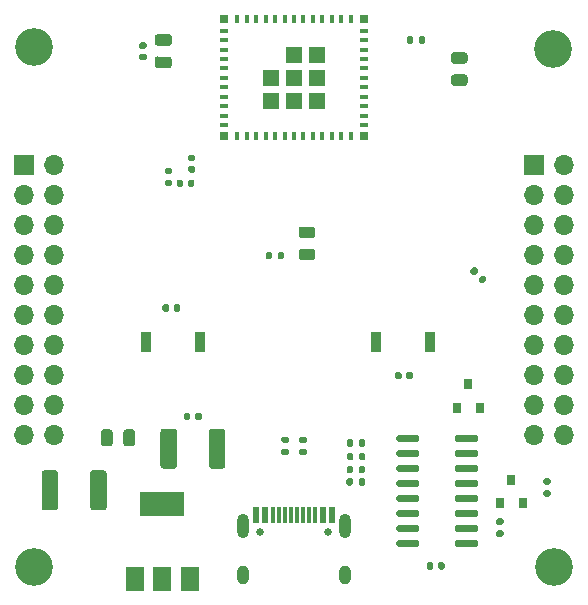
<source format=gbr>
%TF.GenerationSoftware,KiCad,Pcbnew,(5.1.12-1-10_14)*%
%TF.CreationDate,2021-12-26T14:39:33+08:00*%
%TF.ProjectId,esp32-c1_devboard,65737033-322d-4633-915f-646576626f61,rev?*%
%TF.SameCoordinates,Original*%
%TF.FileFunction,Soldermask,Top*%
%TF.FilePolarity,Negative*%
%FSLAX46Y46*%
G04 Gerber Fmt 4.6, Leading zero omitted, Abs format (unit mm)*
G04 Created by KiCad (PCBNEW (5.1.12-1-10_14)) date 2021-12-26 14:39:33*
%MOMM*%
%LPD*%
G01*
G04 APERTURE LIST*
%ADD10R,0.899998X1.699997*%
%ADD11O,1.700000X1.700000*%
%ADD12R,1.700000X1.700000*%
%ADD13C,3.200000*%
%ADD14R,1.500000X2.000000*%
%ADD15R,3.800000X2.000000*%
%ADD16R,0.399999X0.799998*%
%ADD17R,0.799998X0.399999*%
%ADD18R,1.450010X1.450010*%
%ADD19R,0.799998X0.799998*%
%ADD20R,0.800000X0.900000*%
%ADD21R,0.600000X1.450000*%
%ADD22R,0.300000X1.450000*%
%ADD23O,1.000000X2.100000*%
%ADD24C,0.650000*%
%ADD25O,1.000000X1.600000*%
G04 APERTURE END LIST*
%TO.C,R14*%
G36*
G01*
X123620000Y-70835000D02*
X123620000Y-70465000D01*
G75*
G02*
X123755000Y-70330000I135000J0D01*
G01*
X124025000Y-70330000D01*
G75*
G02*
X124160000Y-70465000I0J-135000D01*
G01*
X124160000Y-70835000D01*
G75*
G02*
X124025000Y-70970000I-135000J0D01*
G01*
X123755000Y-70970000D01*
G75*
G02*
X123620000Y-70835000I0J135000D01*
G01*
G37*
G36*
G01*
X122600000Y-70835000D02*
X122600000Y-70465000D01*
G75*
G02*
X122735000Y-70330000I135000J0D01*
G01*
X123005000Y-70330000D01*
G75*
G02*
X123140000Y-70465000I0J-135000D01*
G01*
X123140000Y-70835000D01*
G75*
G02*
X123005000Y-70970000I-135000J0D01*
G01*
X122735000Y-70970000D01*
G75*
G02*
X122600000Y-70835000I0J135000D01*
G01*
G37*
%TD*%
%TO.C,R12*%
G36*
G01*
X135080000Y-52195000D02*
X135080000Y-52565000D01*
G75*
G02*
X134945000Y-52700000I-135000J0D01*
G01*
X134675000Y-52700000D01*
G75*
G02*
X134540000Y-52565000I0J135000D01*
G01*
X134540000Y-52195000D01*
G75*
G02*
X134675000Y-52060000I135000J0D01*
G01*
X134945000Y-52060000D01*
G75*
G02*
X135080000Y-52195000I0J-135000D01*
G01*
G37*
G36*
G01*
X136100000Y-52195000D02*
X136100000Y-52565000D01*
G75*
G02*
X135965000Y-52700000I-135000J0D01*
G01*
X135695000Y-52700000D01*
G75*
G02*
X135560000Y-52565000I0J135000D01*
G01*
X135560000Y-52195000D01*
G75*
G02*
X135695000Y-52060000I135000J0D01*
G01*
X135965000Y-52060000D01*
G75*
G02*
X136100000Y-52195000I0J-135000D01*
G01*
G37*
%TD*%
%TO.C,IO4*%
G36*
G01*
X126546250Y-69170000D02*
X125633750Y-69170000D01*
G75*
G02*
X125390000Y-68926250I0J243750D01*
G01*
X125390000Y-68438750D01*
G75*
G02*
X125633750Y-68195000I243750J0D01*
G01*
X126546250Y-68195000D01*
G75*
G02*
X126790000Y-68438750I0J-243750D01*
G01*
X126790000Y-68926250D01*
G75*
G02*
X126546250Y-69170000I-243750J0D01*
G01*
G37*
G36*
G01*
X126546250Y-71045000D02*
X125633750Y-71045000D01*
G75*
G02*
X125390000Y-70801250I0J243750D01*
G01*
X125390000Y-70313750D01*
G75*
G02*
X125633750Y-70070000I243750J0D01*
G01*
X126546250Y-70070000D01*
G75*
G02*
X126790000Y-70313750I0J-243750D01*
G01*
X126790000Y-70801250D01*
G75*
G02*
X126546250Y-71045000I-243750J0D01*
G01*
G37*
%TD*%
%TO.C,VCC*%
G36*
G01*
X138533750Y-55310000D02*
X139446250Y-55310000D01*
G75*
G02*
X139690000Y-55553750I0J-243750D01*
G01*
X139690000Y-56041250D01*
G75*
G02*
X139446250Y-56285000I-243750J0D01*
G01*
X138533750Y-56285000D01*
G75*
G02*
X138290000Y-56041250I0J243750D01*
G01*
X138290000Y-55553750D01*
G75*
G02*
X138533750Y-55310000I243750J0D01*
G01*
G37*
G36*
G01*
X138533750Y-53435000D02*
X139446250Y-53435000D01*
G75*
G02*
X139690000Y-53678750I0J-243750D01*
G01*
X139690000Y-54166250D01*
G75*
G02*
X139446250Y-54410000I-243750J0D01*
G01*
X138533750Y-54410000D01*
G75*
G02*
X138290000Y-54166250I0J243750D01*
G01*
X138290000Y-53678750D01*
G75*
G02*
X138533750Y-53435000I243750J0D01*
G01*
G37*
%TD*%
%TO.C,C7*%
G36*
G01*
X105030000Y-89069999D02*
X105030000Y-91970001D01*
G75*
G02*
X104780001Y-92220000I-249999J0D01*
G01*
X103879999Y-92220000D01*
G75*
G02*
X103630000Y-91970001I0J249999D01*
G01*
X103630000Y-89069999D01*
G75*
G02*
X103879999Y-88820000I249999J0D01*
G01*
X104780001Y-88820000D01*
G75*
G02*
X105030000Y-89069999I0J-249999D01*
G01*
G37*
G36*
G01*
X109130000Y-89069999D02*
X109130000Y-91970001D01*
G75*
G02*
X108880001Y-92220000I-249999J0D01*
G01*
X107979999Y-92220000D01*
G75*
G02*
X107730000Y-91970001I0J249999D01*
G01*
X107730000Y-89069999D01*
G75*
G02*
X107979999Y-88820000I249999J0D01*
G01*
X108880001Y-88820000D01*
G75*
G02*
X109130000Y-89069999I0J-249999D01*
G01*
G37*
%TD*%
%TO.C,C5*%
G36*
G01*
X115090000Y-85549999D02*
X115090000Y-88450001D01*
G75*
G02*
X114840001Y-88700000I-249999J0D01*
G01*
X113939999Y-88700000D01*
G75*
G02*
X113690000Y-88450001I0J249999D01*
G01*
X113690000Y-85549999D01*
G75*
G02*
X113939999Y-85300000I249999J0D01*
G01*
X114840001Y-85300000D01*
G75*
G02*
X115090000Y-85549999I0J-249999D01*
G01*
G37*
G36*
G01*
X119190000Y-85549999D02*
X119190000Y-88450001D01*
G75*
G02*
X118940001Y-88700000I-249999J0D01*
G01*
X118039999Y-88700000D01*
G75*
G02*
X117790000Y-88450001I0J249999D01*
G01*
X117790000Y-85549999D01*
G75*
G02*
X118039999Y-85300000I249999J0D01*
G01*
X118940001Y-85300000D01*
G75*
G02*
X119190000Y-85549999I0J-249999D01*
G01*
G37*
%TD*%
D10*
%TO.C,RESET*%
X112470030Y-78000000D03*
X117069970Y-78000000D03*
%TD*%
%TO.C,BOOT*%
X131940030Y-78000000D03*
X136539970Y-78000000D03*
%TD*%
D11*
%TO.C,J3*%
X147860000Y-85860000D03*
X145320000Y-85860000D03*
X147860000Y-83320000D03*
X145320000Y-83320000D03*
X147860000Y-80780000D03*
X145320000Y-80780000D03*
X147860000Y-78240000D03*
X145320000Y-78240000D03*
X147860000Y-75700000D03*
X145320000Y-75700000D03*
X147860000Y-73160000D03*
X145320000Y-73160000D03*
X147860000Y-70620000D03*
X145320000Y-70620000D03*
X147860000Y-68080000D03*
X145320000Y-68080000D03*
X147860000Y-65540000D03*
X145320000Y-65540000D03*
X147860000Y-63000000D03*
D12*
X145320000Y-63000000D03*
%TD*%
D11*
%TO.C,J2*%
X104680000Y-85860000D03*
X102140000Y-85860000D03*
X104680000Y-83320000D03*
X102140000Y-83320000D03*
X104680000Y-80780000D03*
X102140000Y-80780000D03*
X104680000Y-78240000D03*
X102140000Y-78240000D03*
X104680000Y-75700000D03*
X102140000Y-75700000D03*
X104680000Y-73160000D03*
X102140000Y-73160000D03*
X104680000Y-70620000D03*
X102140000Y-70620000D03*
X104680000Y-68080000D03*
X102140000Y-68080000D03*
X104680000Y-65540000D03*
X102140000Y-65540000D03*
X104680000Y-63000000D03*
D12*
X102140000Y-63000000D03*
%TD*%
D13*
%TO.C,H4*%
X147000000Y-97000000D03*
%TD*%
%TO.C,H3*%
X146960000Y-53170000D03*
%TD*%
%TO.C,H2*%
X103000000Y-97000000D03*
%TD*%
%TO.C,H1*%
X103000000Y-53000000D03*
%TD*%
D14*
%TO.C,U4*%
X111560000Y-98010000D03*
X116160000Y-98010000D03*
X113860000Y-98010000D03*
D15*
X113860000Y-91710000D03*
%TD*%
%TO.C,U2*%
G36*
G01*
X138620000Y-86285000D02*
X138620000Y-85985000D01*
G75*
G02*
X138770000Y-85835000I150000J0D01*
G01*
X140420000Y-85835000D01*
G75*
G02*
X140570000Y-85985000I0J-150000D01*
G01*
X140570000Y-86285000D01*
G75*
G02*
X140420000Y-86435000I-150000J0D01*
G01*
X138770000Y-86435000D01*
G75*
G02*
X138620000Y-86285000I0J150000D01*
G01*
G37*
G36*
G01*
X138620000Y-87555000D02*
X138620000Y-87255000D01*
G75*
G02*
X138770000Y-87105000I150000J0D01*
G01*
X140420000Y-87105000D01*
G75*
G02*
X140570000Y-87255000I0J-150000D01*
G01*
X140570000Y-87555000D01*
G75*
G02*
X140420000Y-87705000I-150000J0D01*
G01*
X138770000Y-87705000D01*
G75*
G02*
X138620000Y-87555000I0J150000D01*
G01*
G37*
G36*
G01*
X138620000Y-88825000D02*
X138620000Y-88525000D01*
G75*
G02*
X138770000Y-88375000I150000J0D01*
G01*
X140420000Y-88375000D01*
G75*
G02*
X140570000Y-88525000I0J-150000D01*
G01*
X140570000Y-88825000D01*
G75*
G02*
X140420000Y-88975000I-150000J0D01*
G01*
X138770000Y-88975000D01*
G75*
G02*
X138620000Y-88825000I0J150000D01*
G01*
G37*
G36*
G01*
X138620000Y-90095000D02*
X138620000Y-89795000D01*
G75*
G02*
X138770000Y-89645000I150000J0D01*
G01*
X140420000Y-89645000D01*
G75*
G02*
X140570000Y-89795000I0J-150000D01*
G01*
X140570000Y-90095000D01*
G75*
G02*
X140420000Y-90245000I-150000J0D01*
G01*
X138770000Y-90245000D01*
G75*
G02*
X138620000Y-90095000I0J150000D01*
G01*
G37*
G36*
G01*
X138620000Y-91365000D02*
X138620000Y-91065000D01*
G75*
G02*
X138770000Y-90915000I150000J0D01*
G01*
X140420000Y-90915000D01*
G75*
G02*
X140570000Y-91065000I0J-150000D01*
G01*
X140570000Y-91365000D01*
G75*
G02*
X140420000Y-91515000I-150000J0D01*
G01*
X138770000Y-91515000D01*
G75*
G02*
X138620000Y-91365000I0J150000D01*
G01*
G37*
G36*
G01*
X138620000Y-92635000D02*
X138620000Y-92335000D01*
G75*
G02*
X138770000Y-92185000I150000J0D01*
G01*
X140420000Y-92185000D01*
G75*
G02*
X140570000Y-92335000I0J-150000D01*
G01*
X140570000Y-92635000D01*
G75*
G02*
X140420000Y-92785000I-150000J0D01*
G01*
X138770000Y-92785000D01*
G75*
G02*
X138620000Y-92635000I0J150000D01*
G01*
G37*
G36*
G01*
X138620000Y-93905000D02*
X138620000Y-93605000D01*
G75*
G02*
X138770000Y-93455000I150000J0D01*
G01*
X140420000Y-93455000D01*
G75*
G02*
X140570000Y-93605000I0J-150000D01*
G01*
X140570000Y-93905000D01*
G75*
G02*
X140420000Y-94055000I-150000J0D01*
G01*
X138770000Y-94055000D01*
G75*
G02*
X138620000Y-93905000I0J150000D01*
G01*
G37*
G36*
G01*
X138620000Y-95175000D02*
X138620000Y-94875000D01*
G75*
G02*
X138770000Y-94725000I150000J0D01*
G01*
X140420000Y-94725000D01*
G75*
G02*
X140570000Y-94875000I0J-150000D01*
G01*
X140570000Y-95175000D01*
G75*
G02*
X140420000Y-95325000I-150000J0D01*
G01*
X138770000Y-95325000D01*
G75*
G02*
X138620000Y-95175000I0J150000D01*
G01*
G37*
G36*
G01*
X133670000Y-95175000D02*
X133670000Y-94875000D01*
G75*
G02*
X133820000Y-94725000I150000J0D01*
G01*
X135470000Y-94725000D01*
G75*
G02*
X135620000Y-94875000I0J-150000D01*
G01*
X135620000Y-95175000D01*
G75*
G02*
X135470000Y-95325000I-150000J0D01*
G01*
X133820000Y-95325000D01*
G75*
G02*
X133670000Y-95175000I0J150000D01*
G01*
G37*
G36*
G01*
X133670000Y-93905000D02*
X133670000Y-93605000D01*
G75*
G02*
X133820000Y-93455000I150000J0D01*
G01*
X135470000Y-93455000D01*
G75*
G02*
X135620000Y-93605000I0J-150000D01*
G01*
X135620000Y-93905000D01*
G75*
G02*
X135470000Y-94055000I-150000J0D01*
G01*
X133820000Y-94055000D01*
G75*
G02*
X133670000Y-93905000I0J150000D01*
G01*
G37*
G36*
G01*
X133670000Y-92635000D02*
X133670000Y-92335000D01*
G75*
G02*
X133820000Y-92185000I150000J0D01*
G01*
X135470000Y-92185000D01*
G75*
G02*
X135620000Y-92335000I0J-150000D01*
G01*
X135620000Y-92635000D01*
G75*
G02*
X135470000Y-92785000I-150000J0D01*
G01*
X133820000Y-92785000D01*
G75*
G02*
X133670000Y-92635000I0J150000D01*
G01*
G37*
G36*
G01*
X133670000Y-91365000D02*
X133670000Y-91065000D01*
G75*
G02*
X133820000Y-90915000I150000J0D01*
G01*
X135470000Y-90915000D01*
G75*
G02*
X135620000Y-91065000I0J-150000D01*
G01*
X135620000Y-91365000D01*
G75*
G02*
X135470000Y-91515000I-150000J0D01*
G01*
X133820000Y-91515000D01*
G75*
G02*
X133670000Y-91365000I0J150000D01*
G01*
G37*
G36*
G01*
X133670000Y-90095000D02*
X133670000Y-89795000D01*
G75*
G02*
X133820000Y-89645000I150000J0D01*
G01*
X135470000Y-89645000D01*
G75*
G02*
X135620000Y-89795000I0J-150000D01*
G01*
X135620000Y-90095000D01*
G75*
G02*
X135470000Y-90245000I-150000J0D01*
G01*
X133820000Y-90245000D01*
G75*
G02*
X133670000Y-90095000I0J150000D01*
G01*
G37*
G36*
G01*
X133670000Y-88825000D02*
X133670000Y-88525000D01*
G75*
G02*
X133820000Y-88375000I150000J0D01*
G01*
X135470000Y-88375000D01*
G75*
G02*
X135620000Y-88525000I0J-150000D01*
G01*
X135620000Y-88825000D01*
G75*
G02*
X135470000Y-88975000I-150000J0D01*
G01*
X133820000Y-88975000D01*
G75*
G02*
X133670000Y-88825000I0J150000D01*
G01*
G37*
G36*
G01*
X133670000Y-87555000D02*
X133670000Y-87255000D01*
G75*
G02*
X133820000Y-87105000I150000J0D01*
G01*
X135470000Y-87105000D01*
G75*
G02*
X135620000Y-87255000I0J-150000D01*
G01*
X135620000Y-87555000D01*
G75*
G02*
X135470000Y-87705000I-150000J0D01*
G01*
X133820000Y-87705000D01*
G75*
G02*
X133670000Y-87555000I0J150000D01*
G01*
G37*
G36*
G01*
X133670000Y-86285000D02*
X133670000Y-85985000D01*
G75*
G02*
X133820000Y-85835000I150000J0D01*
G01*
X135470000Y-85835000D01*
G75*
G02*
X135620000Y-85985000I0J-150000D01*
G01*
X135620000Y-86285000D01*
G75*
G02*
X135470000Y-86435000I-150000J0D01*
G01*
X133820000Y-86435000D01*
G75*
G02*
X133670000Y-86285000I0J150000D01*
G01*
G37*
%TD*%
D16*
%TO.C,U1*%
X121800108Y-50650048D03*
X122600208Y-50650048D03*
X123400054Y-50650048D03*
X124200154Y-50650048D03*
X125000254Y-50650048D03*
X125800100Y-50650048D03*
X126600200Y-50650048D03*
X127400046Y-50650048D03*
X128200146Y-50650048D03*
X128999992Y-50650048D03*
X129800092Y-50650048D03*
D17*
X130949950Y-55600000D03*
X130949950Y-56400100D03*
X130949950Y-57199946D03*
X130949950Y-58000046D03*
X130949950Y-58800146D03*
X130949950Y-59599992D03*
D16*
X120199908Y-60549952D03*
X121000008Y-60549952D03*
X121799854Y-60549952D03*
X122599954Y-60549952D03*
D18*
X125000000Y-55600000D03*
D19*
X119050050Y-50650048D03*
X119050050Y-60549952D03*
X130949950Y-60549952D03*
X130949950Y-50650048D03*
D17*
X119050050Y-51600008D03*
X119050050Y-52400108D03*
X119050050Y-53199954D03*
X119050050Y-54000054D03*
X119050050Y-54799900D03*
X119050050Y-55600000D03*
X119050050Y-56399846D03*
X119050050Y-57199946D03*
X119050050Y-58000046D03*
X119050050Y-58799892D03*
X119050050Y-59599992D03*
D16*
X123400054Y-60549952D03*
X124200154Y-60549952D03*
X125000000Y-60549952D03*
X125800100Y-60549952D03*
X126599946Y-60549952D03*
X127400046Y-60549952D03*
X128199892Y-60549952D03*
X128999992Y-60549952D03*
X129800092Y-60549952D03*
D17*
X130949950Y-54800154D03*
X130949950Y-54000054D03*
X130949950Y-53200208D03*
X130949950Y-52399854D03*
X130949950Y-51600008D03*
D16*
X121000008Y-50650048D03*
X120200162Y-50650048D03*
D18*
X126975104Y-55600000D03*
X126975104Y-53624896D03*
X125000000Y-53624896D03*
X123024896Y-55600000D03*
X123024896Y-57575104D03*
X125000000Y-57575104D03*
X126975104Y-57575104D03*
%TD*%
%TO.C,R13*%
G36*
G01*
X140561109Y-72009480D02*
X140299480Y-72271109D01*
G75*
G02*
X140108562Y-72271109I-95459J95459D01*
G01*
X139917643Y-72080190D01*
G75*
G02*
X139917643Y-71889272I95459J95459D01*
G01*
X140179272Y-71627643D01*
G75*
G02*
X140370190Y-71627643I95459J-95459D01*
G01*
X140561109Y-71818562D01*
G75*
G02*
X140561109Y-72009480I-95459J-95459D01*
G01*
G37*
G36*
G01*
X141282357Y-72730728D02*
X141020728Y-72992357D01*
G75*
G02*
X140829810Y-72992357I-95459J95459D01*
G01*
X140638891Y-72801438D01*
G75*
G02*
X140638891Y-72610520I95459J95459D01*
G01*
X140900520Y-72348891D01*
G75*
G02*
X141091438Y-72348891I95459J-95459D01*
G01*
X141282357Y-72539810D01*
G75*
G02*
X141282357Y-72730728I-95459J-95459D01*
G01*
G37*
%TD*%
%TO.C,R11*%
G36*
G01*
X114555000Y-63750000D02*
X114185000Y-63750000D01*
G75*
G02*
X114050000Y-63615000I0J135000D01*
G01*
X114050000Y-63345000D01*
G75*
G02*
X114185000Y-63210000I135000J0D01*
G01*
X114555000Y-63210000D01*
G75*
G02*
X114690000Y-63345000I0J-135000D01*
G01*
X114690000Y-63615000D01*
G75*
G02*
X114555000Y-63750000I-135000J0D01*
G01*
G37*
G36*
G01*
X114555000Y-64770000D02*
X114185000Y-64770000D01*
G75*
G02*
X114050000Y-64635000I0J135000D01*
G01*
X114050000Y-64365000D01*
G75*
G02*
X114185000Y-64230000I135000J0D01*
G01*
X114555000Y-64230000D01*
G75*
G02*
X114690000Y-64365000I0J-135000D01*
G01*
X114690000Y-64635000D01*
G75*
G02*
X114555000Y-64770000I-135000J0D01*
G01*
G37*
%TD*%
%TO.C,R10*%
G36*
G01*
X146225000Y-90520000D02*
X146595000Y-90520000D01*
G75*
G02*
X146730000Y-90655000I0J-135000D01*
G01*
X146730000Y-90925000D01*
G75*
G02*
X146595000Y-91060000I-135000J0D01*
G01*
X146225000Y-91060000D01*
G75*
G02*
X146090000Y-90925000I0J135000D01*
G01*
X146090000Y-90655000D01*
G75*
G02*
X146225000Y-90520000I135000J0D01*
G01*
G37*
G36*
G01*
X146225000Y-89500000D02*
X146595000Y-89500000D01*
G75*
G02*
X146730000Y-89635000I0J-135000D01*
G01*
X146730000Y-89905000D01*
G75*
G02*
X146595000Y-90040000I-135000J0D01*
G01*
X146225000Y-90040000D01*
G75*
G02*
X146090000Y-89905000I0J135000D01*
G01*
X146090000Y-89635000D01*
G75*
G02*
X146225000Y-89500000I135000J0D01*
G01*
G37*
%TD*%
%TO.C,R9*%
G36*
G01*
X142245000Y-93920000D02*
X142615000Y-93920000D01*
G75*
G02*
X142750000Y-94055000I0J-135000D01*
G01*
X142750000Y-94325000D01*
G75*
G02*
X142615000Y-94460000I-135000J0D01*
G01*
X142245000Y-94460000D01*
G75*
G02*
X142110000Y-94325000I0J135000D01*
G01*
X142110000Y-94055000D01*
G75*
G02*
X142245000Y-93920000I135000J0D01*
G01*
G37*
G36*
G01*
X142245000Y-92900000D02*
X142615000Y-92900000D01*
G75*
G02*
X142750000Y-93035000I0J-135000D01*
G01*
X142750000Y-93305000D01*
G75*
G02*
X142615000Y-93440000I-135000J0D01*
G01*
X142245000Y-93440000D01*
G75*
G02*
X142110000Y-93305000I0J135000D01*
G01*
X142110000Y-93035000D01*
G75*
G02*
X142245000Y-92900000I135000J0D01*
G01*
G37*
%TD*%
%TO.C,R8*%
G36*
G01*
X130020000Y-87485000D02*
X130020000Y-87855000D01*
G75*
G02*
X129885000Y-87990000I-135000J0D01*
G01*
X129615000Y-87990000D01*
G75*
G02*
X129480000Y-87855000I0J135000D01*
G01*
X129480000Y-87485000D01*
G75*
G02*
X129615000Y-87350000I135000J0D01*
G01*
X129885000Y-87350000D01*
G75*
G02*
X130020000Y-87485000I0J-135000D01*
G01*
G37*
G36*
G01*
X131040000Y-87485000D02*
X131040000Y-87855000D01*
G75*
G02*
X130905000Y-87990000I-135000J0D01*
G01*
X130635000Y-87990000D01*
G75*
G02*
X130500000Y-87855000I0J135000D01*
G01*
X130500000Y-87485000D01*
G75*
G02*
X130635000Y-87350000I135000J0D01*
G01*
X130905000Y-87350000D01*
G75*
G02*
X131040000Y-87485000I0J-135000D01*
G01*
G37*
%TD*%
%TO.C,R7*%
G36*
G01*
X130000000Y-86325000D02*
X130000000Y-86695000D01*
G75*
G02*
X129865000Y-86830000I-135000J0D01*
G01*
X129595000Y-86830000D01*
G75*
G02*
X129460000Y-86695000I0J135000D01*
G01*
X129460000Y-86325000D01*
G75*
G02*
X129595000Y-86190000I135000J0D01*
G01*
X129865000Y-86190000D01*
G75*
G02*
X130000000Y-86325000I0J-135000D01*
G01*
G37*
G36*
G01*
X131020000Y-86325000D02*
X131020000Y-86695000D01*
G75*
G02*
X130885000Y-86830000I-135000J0D01*
G01*
X130615000Y-86830000D01*
G75*
G02*
X130480000Y-86695000I0J135000D01*
G01*
X130480000Y-86325000D01*
G75*
G02*
X130615000Y-86190000I135000J0D01*
G01*
X130885000Y-86190000D01*
G75*
G02*
X131020000Y-86325000I0J-135000D01*
G01*
G37*
%TD*%
%TO.C,R6*%
G36*
G01*
X130480000Y-88955000D02*
X130480000Y-88585000D01*
G75*
G02*
X130615000Y-88450000I135000J0D01*
G01*
X130885000Y-88450000D01*
G75*
G02*
X131020000Y-88585000I0J-135000D01*
G01*
X131020000Y-88955000D01*
G75*
G02*
X130885000Y-89090000I-135000J0D01*
G01*
X130615000Y-89090000D01*
G75*
G02*
X130480000Y-88955000I0J135000D01*
G01*
G37*
G36*
G01*
X129460000Y-88955000D02*
X129460000Y-88585000D01*
G75*
G02*
X129595000Y-88450000I135000J0D01*
G01*
X129865000Y-88450000D01*
G75*
G02*
X130000000Y-88585000I0J-135000D01*
G01*
X130000000Y-88955000D01*
G75*
G02*
X129865000Y-89090000I-135000J0D01*
G01*
X129595000Y-89090000D01*
G75*
G02*
X129460000Y-88955000I0J135000D01*
G01*
G37*
%TD*%
%TO.C,R5*%
G36*
G01*
X125935000Y-86510000D02*
X125565000Y-86510000D01*
G75*
G02*
X125430000Y-86375000I0J135000D01*
G01*
X125430000Y-86105000D01*
G75*
G02*
X125565000Y-85970000I135000J0D01*
G01*
X125935000Y-85970000D01*
G75*
G02*
X126070000Y-86105000I0J-135000D01*
G01*
X126070000Y-86375000D01*
G75*
G02*
X125935000Y-86510000I-135000J0D01*
G01*
G37*
G36*
G01*
X125935000Y-87530000D02*
X125565000Y-87530000D01*
G75*
G02*
X125430000Y-87395000I0J135000D01*
G01*
X125430000Y-87125000D01*
G75*
G02*
X125565000Y-86990000I135000J0D01*
G01*
X125935000Y-86990000D01*
G75*
G02*
X126070000Y-87125000I0J-135000D01*
G01*
X126070000Y-87395000D01*
G75*
G02*
X125935000Y-87530000I-135000J0D01*
G01*
G37*
%TD*%
%TO.C,R4*%
G36*
G01*
X124435000Y-86510000D02*
X124065000Y-86510000D01*
G75*
G02*
X123930000Y-86375000I0J135000D01*
G01*
X123930000Y-86105000D01*
G75*
G02*
X124065000Y-85970000I135000J0D01*
G01*
X124435000Y-85970000D01*
G75*
G02*
X124570000Y-86105000I0J-135000D01*
G01*
X124570000Y-86375000D01*
G75*
G02*
X124435000Y-86510000I-135000J0D01*
G01*
G37*
G36*
G01*
X124435000Y-87530000D02*
X124065000Y-87530000D01*
G75*
G02*
X123930000Y-87395000I0J135000D01*
G01*
X123930000Y-87125000D01*
G75*
G02*
X124065000Y-86990000I135000J0D01*
G01*
X124435000Y-86990000D01*
G75*
G02*
X124570000Y-87125000I0J-135000D01*
G01*
X124570000Y-87395000D01*
G75*
G02*
X124435000Y-87530000I-135000J0D01*
G01*
G37*
%TD*%
%TO.C,R3*%
G36*
G01*
X130460000Y-89995000D02*
X130460000Y-89625000D01*
G75*
G02*
X130595000Y-89490000I135000J0D01*
G01*
X130865000Y-89490000D01*
G75*
G02*
X131000000Y-89625000I0J-135000D01*
G01*
X131000000Y-89995000D01*
G75*
G02*
X130865000Y-90130000I-135000J0D01*
G01*
X130595000Y-90130000D01*
G75*
G02*
X130460000Y-89995000I0J135000D01*
G01*
G37*
G36*
G01*
X129440000Y-89995000D02*
X129440000Y-89625000D01*
G75*
G02*
X129575000Y-89490000I135000J0D01*
G01*
X129845000Y-89490000D01*
G75*
G02*
X129980000Y-89625000I0J-135000D01*
G01*
X129980000Y-89995000D01*
G75*
G02*
X129845000Y-90130000I-135000J0D01*
G01*
X129575000Y-90130000D01*
G75*
G02*
X129440000Y-89995000I0J135000D01*
G01*
G37*
%TD*%
D20*
%TO.C,Q2*%
X143410000Y-89610000D03*
X144360000Y-91610000D03*
X142460000Y-91610000D03*
%TD*%
%TO.C,Q1*%
X139760000Y-81550000D03*
X140710000Y-83550000D03*
X138810000Y-83550000D03*
%TD*%
D21*
%TO.C,J1*%
X128250000Y-92625000D03*
X127450000Y-92625000D03*
X122550000Y-92625000D03*
X121750000Y-92625000D03*
X121750000Y-92625000D03*
X122550000Y-92625000D03*
X127450000Y-92625000D03*
X128250000Y-92625000D03*
D22*
X123250000Y-92625000D03*
X123750000Y-92625000D03*
X124250000Y-92625000D03*
X125250000Y-92625000D03*
X125750000Y-92625000D03*
X126250000Y-92625000D03*
X126750000Y-92625000D03*
X124750000Y-92625000D03*
D23*
X129320000Y-93540000D03*
X120680000Y-93540000D03*
D24*
X122110000Y-94070000D03*
D25*
X120680000Y-97720000D03*
D24*
X127890000Y-94070000D03*
D25*
X129320000Y-97720000D03*
%TD*%
%TO.C,C11*%
G36*
G01*
X116160000Y-63060000D02*
X116500000Y-63060000D01*
G75*
G02*
X116640000Y-63200000I0J-140000D01*
G01*
X116640000Y-63480000D01*
G75*
G02*
X116500000Y-63620000I-140000J0D01*
G01*
X116160000Y-63620000D01*
G75*
G02*
X116020000Y-63480000I0J140000D01*
G01*
X116020000Y-63200000D01*
G75*
G02*
X116160000Y-63060000I140000J0D01*
G01*
G37*
G36*
G01*
X116160000Y-62100000D02*
X116500000Y-62100000D01*
G75*
G02*
X116640000Y-62240000I0J-140000D01*
G01*
X116640000Y-62520000D01*
G75*
G02*
X116500000Y-62660000I-140000J0D01*
G01*
X116160000Y-62660000D01*
G75*
G02*
X116020000Y-62520000I0J140000D01*
G01*
X116020000Y-62240000D01*
G75*
G02*
X116160000Y-62100000I140000J0D01*
G01*
G37*
%TD*%
%TO.C,C10*%
G36*
G01*
X136790000Y-96750000D02*
X136790000Y-97090000D01*
G75*
G02*
X136650000Y-97230000I-140000J0D01*
G01*
X136370000Y-97230000D01*
G75*
G02*
X136230000Y-97090000I0J140000D01*
G01*
X136230000Y-96750000D01*
G75*
G02*
X136370000Y-96610000I140000J0D01*
G01*
X136650000Y-96610000D01*
G75*
G02*
X136790000Y-96750000I0J-140000D01*
G01*
G37*
G36*
G01*
X137750000Y-96750000D02*
X137750000Y-97090000D01*
G75*
G02*
X137610000Y-97230000I-140000J0D01*
G01*
X137330000Y-97230000D01*
G75*
G02*
X137190000Y-97090000I0J140000D01*
G01*
X137190000Y-96750000D01*
G75*
G02*
X137330000Y-96610000I140000J0D01*
G01*
X137610000Y-96610000D01*
G75*
G02*
X137750000Y-96750000I0J-140000D01*
G01*
G37*
%TD*%
%TO.C,C9*%
G36*
G01*
X114395000Y-52890000D02*
X113445000Y-52890000D01*
G75*
G02*
X113195000Y-52640000I0J250000D01*
G01*
X113195000Y-52140000D01*
G75*
G02*
X113445000Y-51890000I250000J0D01*
G01*
X114395000Y-51890000D01*
G75*
G02*
X114645000Y-52140000I0J-250000D01*
G01*
X114645000Y-52640000D01*
G75*
G02*
X114395000Y-52890000I-250000J0D01*
G01*
G37*
G36*
G01*
X114395000Y-54790000D02*
X113445000Y-54790000D01*
G75*
G02*
X113195000Y-54540000I0J250000D01*
G01*
X113195000Y-54040000D01*
G75*
G02*
X113445000Y-53790000I250000J0D01*
G01*
X114395000Y-53790000D01*
G75*
G02*
X114645000Y-54040000I0J-250000D01*
G01*
X114645000Y-54540000D01*
G75*
G02*
X114395000Y-54790000I-250000J0D01*
G01*
G37*
%TD*%
%TO.C,C8*%
G36*
G01*
X110540000Y-86555000D02*
X110540000Y-85605000D01*
G75*
G02*
X110790000Y-85355000I250000J0D01*
G01*
X111290000Y-85355000D01*
G75*
G02*
X111540000Y-85605000I0J-250000D01*
G01*
X111540000Y-86555000D01*
G75*
G02*
X111290000Y-86805000I-250000J0D01*
G01*
X110790000Y-86805000D01*
G75*
G02*
X110540000Y-86555000I0J250000D01*
G01*
G37*
G36*
G01*
X108640000Y-86555000D02*
X108640000Y-85605000D01*
G75*
G02*
X108890000Y-85355000I250000J0D01*
G01*
X109390000Y-85355000D01*
G75*
G02*
X109640000Y-85605000I0J-250000D01*
G01*
X109640000Y-86555000D01*
G75*
G02*
X109390000Y-86805000I-250000J0D01*
G01*
X108890000Y-86805000D01*
G75*
G02*
X108640000Y-86555000I0J250000D01*
G01*
G37*
%TD*%
%TO.C,C6*%
G36*
G01*
X116220000Y-84100000D02*
X116220000Y-84440000D01*
G75*
G02*
X116080000Y-84580000I-140000J0D01*
G01*
X115800000Y-84580000D01*
G75*
G02*
X115660000Y-84440000I0J140000D01*
G01*
X115660000Y-84100000D01*
G75*
G02*
X115800000Y-83960000I140000J0D01*
G01*
X116080000Y-83960000D01*
G75*
G02*
X116220000Y-84100000I0J-140000D01*
G01*
G37*
G36*
G01*
X117180000Y-84100000D02*
X117180000Y-84440000D01*
G75*
G02*
X117040000Y-84580000I-140000J0D01*
G01*
X116760000Y-84580000D01*
G75*
G02*
X116620000Y-84440000I0J140000D01*
G01*
X116620000Y-84100000D01*
G75*
G02*
X116760000Y-83960000I140000J0D01*
G01*
X117040000Y-83960000D01*
G75*
G02*
X117180000Y-84100000I0J-140000D01*
G01*
G37*
%TD*%
%TO.C,C4*%
G36*
G01*
X114820000Y-75250000D02*
X114820000Y-74910000D01*
G75*
G02*
X114960000Y-74770000I140000J0D01*
G01*
X115240000Y-74770000D01*
G75*
G02*
X115380000Y-74910000I0J-140000D01*
G01*
X115380000Y-75250000D01*
G75*
G02*
X115240000Y-75390000I-140000J0D01*
G01*
X114960000Y-75390000D01*
G75*
G02*
X114820000Y-75250000I0J140000D01*
G01*
G37*
G36*
G01*
X113860000Y-75250000D02*
X113860000Y-74910000D01*
G75*
G02*
X114000000Y-74770000I140000J0D01*
G01*
X114280000Y-74770000D01*
G75*
G02*
X114420000Y-74910000I0J-140000D01*
G01*
X114420000Y-75250000D01*
G75*
G02*
X114280000Y-75390000I-140000J0D01*
G01*
X114000000Y-75390000D01*
G75*
G02*
X113860000Y-75250000I0J140000D01*
G01*
G37*
%TD*%
%TO.C,C3*%
G36*
G01*
X134500000Y-80990000D02*
X134500000Y-80650000D01*
G75*
G02*
X134640000Y-80510000I140000J0D01*
G01*
X134920000Y-80510000D01*
G75*
G02*
X135060000Y-80650000I0J-140000D01*
G01*
X135060000Y-80990000D01*
G75*
G02*
X134920000Y-81130000I-140000J0D01*
G01*
X134640000Y-81130000D01*
G75*
G02*
X134500000Y-80990000I0J140000D01*
G01*
G37*
G36*
G01*
X133540000Y-80990000D02*
X133540000Y-80650000D01*
G75*
G02*
X133680000Y-80510000I140000J0D01*
G01*
X133960000Y-80510000D01*
G75*
G02*
X134100000Y-80650000I0J-140000D01*
G01*
X134100000Y-80990000D01*
G75*
G02*
X133960000Y-81130000I-140000J0D01*
G01*
X133680000Y-81130000D01*
G75*
G02*
X133540000Y-80990000I0J140000D01*
G01*
G37*
%TD*%
%TO.C,C2*%
G36*
G01*
X112370000Y-53150000D02*
X112030000Y-53150000D01*
G75*
G02*
X111890000Y-53010000I0J140000D01*
G01*
X111890000Y-52730000D01*
G75*
G02*
X112030000Y-52590000I140000J0D01*
G01*
X112370000Y-52590000D01*
G75*
G02*
X112510000Y-52730000I0J-140000D01*
G01*
X112510000Y-53010000D01*
G75*
G02*
X112370000Y-53150000I-140000J0D01*
G01*
G37*
G36*
G01*
X112370000Y-54110000D02*
X112030000Y-54110000D01*
G75*
G02*
X111890000Y-53970000I0J140000D01*
G01*
X111890000Y-53690000D01*
G75*
G02*
X112030000Y-53550000I140000J0D01*
G01*
X112370000Y-53550000D01*
G75*
G02*
X112510000Y-53690000I0J-140000D01*
G01*
X112510000Y-53970000D01*
G75*
G02*
X112370000Y-54110000I-140000J0D01*
G01*
G37*
%TD*%
%TO.C,C1*%
G36*
G01*
X116010000Y-64700000D02*
X116010000Y-64360000D01*
G75*
G02*
X116150000Y-64220000I140000J0D01*
G01*
X116430000Y-64220000D01*
G75*
G02*
X116570000Y-64360000I0J-140000D01*
G01*
X116570000Y-64700000D01*
G75*
G02*
X116430000Y-64840000I-140000J0D01*
G01*
X116150000Y-64840000D01*
G75*
G02*
X116010000Y-64700000I0J140000D01*
G01*
G37*
G36*
G01*
X115050000Y-64700000D02*
X115050000Y-64360000D01*
G75*
G02*
X115190000Y-64220000I140000J0D01*
G01*
X115470000Y-64220000D01*
G75*
G02*
X115610000Y-64360000I0J-140000D01*
G01*
X115610000Y-64700000D01*
G75*
G02*
X115470000Y-64840000I-140000J0D01*
G01*
X115190000Y-64840000D01*
G75*
G02*
X115050000Y-64700000I0J140000D01*
G01*
G37*
%TD*%
M02*

</source>
